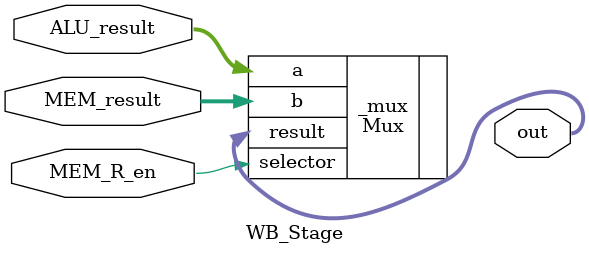
<source format=v>
module WB_Stage(input [31:0] ALU_result,MEM_result,
                input MEM_R_en,
                output [31:0] out);
  
  Mux #(32) _mux(.a(ALU_result),
        .b(MEM_result),
        .selector(MEM_R_en),
        .result(out));
  
endmodule

</source>
